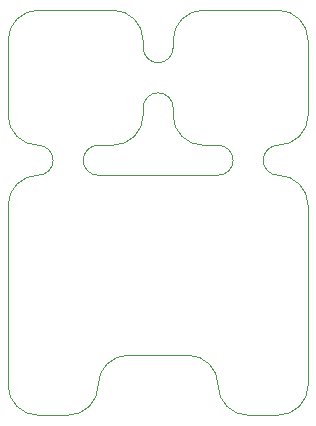
<source format=gm1>
G04 #@! TF.FileFunction,Profile,NP*
%FSLAX46Y46*%
G04 Gerber Fmt 4.6, Leading zero omitted, Abs format (unit mm)*
G04 Created by KiCad (PCBNEW (2015-08-15 BZR 6092)-product) date 3/22/2016 8:17:34 PM*
%MOMM*%
G01*
G04 APERTURE LIST*
%ADD10C,0.150000*%
%ADD11C,0.100000*%
G04 APERTURE END LIST*
D10*
D11*
X129540000Y-139700000D02*
X129540000Y-124460000D01*
X129540000Y-139700000D02*
G75*
G03X132080000Y-142240000I2540000J0D01*
G01*
X154940000Y-133350000D02*
X154940000Y-138430000D01*
X143510000Y-111125000D02*
X143510000Y-110490000D01*
X140970000Y-111125000D02*
X140970000Y-110490000D01*
X140970000Y-116840000D02*
X140970000Y-116205000D01*
X143510000Y-116840000D02*
G75*
G03X146050000Y-119380000I2540000J0D01*
G01*
X143510000Y-116205000D02*
G75*
G03X142240000Y-114935000I-1270000J0D01*
G01*
X142240000Y-114935000D02*
G75*
G03X140970000Y-116205000I0J-1270000D01*
G01*
X142240000Y-112395000D02*
G75*
G03X143510000Y-111125000I0J1270000D01*
G01*
X140970000Y-111125000D02*
G75*
G03X142240000Y-112395000I1270000J0D01*
G01*
X143510000Y-116205000D02*
X143510000Y-116840000D01*
X137160000Y-119380000D02*
X138430000Y-119380000D01*
X146050000Y-119380000D02*
X147320000Y-119380000D01*
X137160000Y-121920000D02*
X147320000Y-121920000D01*
X154940000Y-110490000D02*
G75*
G03X152400000Y-107950000I-2540000J0D01*
G01*
X154940000Y-116840000D02*
X154940000Y-110490000D01*
X146050000Y-107950000D02*
X152400000Y-107950000D01*
X138430000Y-107950000D02*
X132080000Y-107950000D01*
X129540000Y-110490000D02*
X129540000Y-116840000D01*
X132080000Y-107950000D02*
G75*
G03X129540000Y-110490000I0J-2540000D01*
G01*
X146050000Y-107950000D02*
G75*
G03X143510000Y-110490000I0J-2540000D01*
G01*
X140970000Y-110490000D02*
G75*
G03X138430000Y-107950000I-2540000J0D01*
G01*
X138430000Y-119380000D02*
G75*
G03X140970000Y-116840000I0J2540000D01*
G01*
X147320000Y-121920000D02*
G75*
G03X148590000Y-120650000I0J1270000D01*
G01*
X148590000Y-120650000D02*
G75*
G03X147320000Y-119380000I-1270000J0D01*
G01*
X151130000Y-120650000D02*
G75*
G03X152400000Y-121920000I1270000J0D01*
G01*
X152400000Y-119380000D02*
G75*
G03X151130000Y-120650000I0J-1270000D01*
G01*
X135890000Y-120650000D02*
G75*
G03X137160000Y-121920000I1270000J0D01*
G01*
X137160000Y-119380000D02*
G75*
G03X135890000Y-120650000I0J-1270000D01*
G01*
X133350000Y-120650000D02*
G75*
G03X132080000Y-119380000I-1270000J0D01*
G01*
X132080000Y-121920000D02*
G75*
G03X133350000Y-120650000I0J1270000D01*
G01*
X129540000Y-116840000D02*
G75*
G03X132080000Y-119380000I2540000J0D01*
G01*
X132080000Y-121920000D02*
G75*
G03X129540000Y-124460000I0J-2540000D01*
G01*
X147320000Y-139700000D02*
G75*
G03X144780000Y-137160000I-2540000J0D01*
G01*
X147320000Y-139700000D02*
G75*
G03X149860000Y-142240000I2540000J0D01*
G01*
X139700000Y-137160000D02*
G75*
G03X137160000Y-139700000I0J-2540000D01*
G01*
X134620000Y-142240000D02*
G75*
G03X137160000Y-139700000I0J2540000D01*
G01*
X132080000Y-142240000D02*
X134620000Y-142240000D01*
X139700000Y-137160000D02*
X144780000Y-137160000D01*
X149860000Y-142240000D02*
X152400000Y-142240000D01*
X154940000Y-133350000D02*
X154940000Y-124460000D01*
X154940000Y-139700000D02*
X154940000Y-138430000D01*
X152400000Y-119380000D02*
G75*
G03X154940000Y-116840000I0J2540000D01*
G01*
X154940000Y-124460000D02*
G75*
G03X152400000Y-121920000I-2540000J0D01*
G01*
X152400000Y-142240000D02*
G75*
G03X154940000Y-139700000I0J2540000D01*
G01*
M02*

</source>
